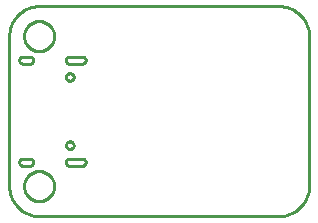
<source format=gbr>
G04 EAGLE Gerber RS-274X export*
G75*
%MOMM*%
%FSLAX34Y34*%
%LPD*%
%IN*%
%IPPOS*%
%AMOC8*
5,1,8,0,0,1.08239X$1,22.5*%
G01*
%ADD10C,0.254000*%


D10*
X0Y25400D02*
X97Y23186D01*
X386Y20989D01*
X865Y18826D01*
X1532Y16713D01*
X2380Y14666D01*
X3403Y12700D01*
X4594Y10831D01*
X5942Y9073D01*
X7440Y7440D01*
X9073Y5942D01*
X10831Y4594D01*
X12700Y3403D01*
X14666Y2380D01*
X16713Y1532D01*
X18826Y865D01*
X20989Y386D01*
X23186Y97D01*
X25400Y0D01*
X228600Y0D01*
X230814Y97D01*
X233011Y386D01*
X235174Y865D01*
X237287Y1532D01*
X239335Y2380D01*
X241300Y3403D01*
X243169Y4594D01*
X244927Y5942D01*
X246561Y7440D01*
X248058Y9073D01*
X249406Y10831D01*
X250597Y12700D01*
X251620Y14666D01*
X252468Y16713D01*
X253135Y18826D01*
X253614Y20989D01*
X253903Y23186D01*
X254000Y25400D01*
X254000Y152400D01*
X253903Y154614D01*
X253614Y156811D01*
X253135Y158974D01*
X252468Y161087D01*
X251620Y163135D01*
X250597Y165100D01*
X249406Y166969D01*
X248058Y168727D01*
X246561Y170361D01*
X244927Y171858D01*
X243169Y173206D01*
X241300Y174397D01*
X239335Y175420D01*
X237287Y176268D01*
X235174Y176935D01*
X233011Y177414D01*
X230814Y177703D01*
X228600Y177800D01*
X25400Y177800D01*
X23186Y177703D01*
X20989Y177414D01*
X18826Y176935D01*
X16713Y176268D01*
X14666Y175420D01*
X12700Y174397D01*
X10831Y173206D01*
X9073Y171858D01*
X7440Y170361D01*
X5942Y168727D01*
X4594Y166969D01*
X3403Y165100D01*
X2380Y163135D01*
X1532Y161087D01*
X865Y158974D01*
X386Y156811D01*
X97Y154614D01*
X0Y152400D01*
X0Y25400D01*
X47870Y132100D02*
X47881Y131839D01*
X47916Y131579D01*
X47972Y131324D01*
X48051Y131074D01*
X48151Y130832D01*
X48272Y130600D01*
X48413Y130379D01*
X48572Y130172D01*
X48749Y129979D01*
X48942Y129802D01*
X49149Y129643D01*
X49370Y129502D01*
X49602Y129381D01*
X49844Y129281D01*
X50094Y129202D01*
X50349Y129146D01*
X50609Y129111D01*
X50870Y129100D01*
X61870Y129100D01*
X62131Y129111D01*
X62391Y129146D01*
X62646Y129202D01*
X62896Y129281D01*
X63138Y129381D01*
X63370Y129502D01*
X63591Y129643D01*
X63798Y129802D01*
X63991Y129979D01*
X64168Y130172D01*
X64327Y130379D01*
X64468Y130600D01*
X64589Y130832D01*
X64689Y131074D01*
X64768Y131324D01*
X64824Y131579D01*
X64859Y131839D01*
X64870Y132100D01*
X64859Y132361D01*
X64824Y132621D01*
X64768Y132876D01*
X64689Y133126D01*
X64589Y133368D01*
X64468Y133600D01*
X64327Y133821D01*
X64168Y134028D01*
X63991Y134221D01*
X63798Y134398D01*
X63591Y134557D01*
X63370Y134698D01*
X63138Y134819D01*
X62896Y134919D01*
X62646Y134998D01*
X62391Y135054D01*
X62131Y135089D01*
X61870Y135100D01*
X50870Y135100D01*
X50609Y135089D01*
X50349Y135054D01*
X50094Y134998D01*
X49844Y134919D01*
X49602Y134819D01*
X49370Y134698D01*
X49149Y134557D01*
X48942Y134398D01*
X48749Y134221D01*
X48572Y134028D01*
X48413Y133821D01*
X48272Y133600D01*
X48151Y133368D01*
X48051Y133126D01*
X47972Y132876D01*
X47916Y132621D01*
X47881Y132361D01*
X47870Y132100D01*
X47870Y45700D02*
X47881Y45439D01*
X47916Y45179D01*
X47972Y44924D01*
X48051Y44674D01*
X48151Y44432D01*
X48272Y44200D01*
X48413Y43979D01*
X48572Y43772D01*
X48749Y43579D01*
X48942Y43402D01*
X49149Y43243D01*
X49370Y43102D01*
X49602Y42981D01*
X49844Y42881D01*
X50094Y42802D01*
X50349Y42746D01*
X50609Y42711D01*
X50870Y42700D01*
X61870Y42700D01*
X62131Y42711D01*
X62391Y42746D01*
X62646Y42802D01*
X62896Y42881D01*
X63138Y42981D01*
X63370Y43102D01*
X63591Y43243D01*
X63798Y43402D01*
X63991Y43579D01*
X64168Y43772D01*
X64327Y43979D01*
X64468Y44200D01*
X64589Y44432D01*
X64689Y44674D01*
X64768Y44924D01*
X64824Y45179D01*
X64859Y45439D01*
X64870Y45700D01*
X64859Y45961D01*
X64824Y46221D01*
X64768Y46476D01*
X64689Y46726D01*
X64589Y46968D01*
X64468Y47200D01*
X64327Y47421D01*
X64168Y47628D01*
X63991Y47821D01*
X63798Y47998D01*
X63591Y48157D01*
X63370Y48298D01*
X63138Y48419D01*
X62896Y48519D01*
X62646Y48598D01*
X62391Y48654D01*
X62131Y48689D01*
X61870Y48700D01*
X50870Y48700D01*
X50609Y48689D01*
X50349Y48654D01*
X50094Y48598D01*
X49844Y48519D01*
X49602Y48419D01*
X49370Y48298D01*
X49149Y48157D01*
X48942Y47998D01*
X48749Y47821D01*
X48572Y47628D01*
X48413Y47421D01*
X48272Y47200D01*
X48151Y46968D01*
X48051Y46726D01*
X47972Y46476D01*
X47916Y46221D01*
X47881Y45961D01*
X47870Y45700D01*
X8570Y45700D02*
X8581Y45439D01*
X8616Y45179D01*
X8672Y44924D01*
X8751Y44674D01*
X8851Y44432D01*
X8972Y44200D01*
X9113Y43979D01*
X9272Y43772D01*
X9449Y43579D01*
X9642Y43402D01*
X9849Y43243D01*
X10070Y43102D01*
X10302Y42981D01*
X10544Y42881D01*
X10794Y42802D01*
X11049Y42746D01*
X11309Y42711D01*
X11570Y42700D01*
X17570Y42700D01*
X17831Y42711D01*
X18091Y42746D01*
X18346Y42802D01*
X18596Y42881D01*
X18838Y42981D01*
X19070Y43102D01*
X19291Y43243D01*
X19498Y43402D01*
X19691Y43579D01*
X19868Y43772D01*
X20027Y43979D01*
X20168Y44200D01*
X20289Y44432D01*
X20389Y44674D01*
X20468Y44924D01*
X20524Y45179D01*
X20559Y45439D01*
X20570Y45700D01*
X20559Y45961D01*
X20524Y46221D01*
X20468Y46476D01*
X20389Y46726D01*
X20289Y46968D01*
X20168Y47200D01*
X20027Y47421D01*
X19868Y47628D01*
X19691Y47821D01*
X19498Y47998D01*
X19291Y48157D01*
X19070Y48298D01*
X18838Y48419D01*
X18596Y48519D01*
X18346Y48598D01*
X18091Y48654D01*
X17831Y48689D01*
X17570Y48700D01*
X11570Y48700D01*
X11309Y48689D01*
X11049Y48654D01*
X10794Y48598D01*
X10544Y48519D01*
X10302Y48419D01*
X10070Y48298D01*
X9849Y48157D01*
X9642Y47998D01*
X9449Y47821D01*
X9272Y47628D01*
X9113Y47421D01*
X8972Y47200D01*
X8851Y46968D01*
X8751Y46726D01*
X8672Y46476D01*
X8616Y46221D01*
X8581Y45961D01*
X8570Y45700D01*
X8570Y132100D02*
X8581Y131839D01*
X8616Y131579D01*
X8672Y131324D01*
X8751Y131074D01*
X8851Y130832D01*
X8972Y130600D01*
X9113Y130379D01*
X9272Y130172D01*
X9449Y129979D01*
X9642Y129802D01*
X9849Y129643D01*
X10070Y129502D01*
X10302Y129381D01*
X10544Y129281D01*
X10794Y129202D01*
X11049Y129146D01*
X11309Y129111D01*
X11570Y129100D01*
X17570Y129100D01*
X17831Y129111D01*
X18091Y129146D01*
X18346Y129202D01*
X18596Y129281D01*
X18838Y129381D01*
X19070Y129502D01*
X19291Y129643D01*
X19498Y129802D01*
X19691Y129979D01*
X19868Y130172D01*
X20027Y130379D01*
X20168Y130600D01*
X20289Y130832D01*
X20389Y131074D01*
X20468Y131324D01*
X20524Y131579D01*
X20559Y131839D01*
X20570Y132100D01*
X20559Y132361D01*
X20524Y132621D01*
X20468Y132876D01*
X20389Y133126D01*
X20289Y133368D01*
X20168Y133600D01*
X20027Y133821D01*
X19868Y134028D01*
X19691Y134221D01*
X19498Y134398D01*
X19291Y134557D01*
X19070Y134698D01*
X18838Y134819D01*
X18596Y134919D01*
X18346Y134998D01*
X18091Y135054D01*
X17831Y135089D01*
X17570Y135100D01*
X11570Y135100D01*
X11309Y135089D01*
X11049Y135054D01*
X10794Y134998D01*
X10544Y134919D01*
X10302Y134819D01*
X10070Y134698D01*
X9849Y134557D01*
X9642Y134398D01*
X9449Y134221D01*
X9272Y134028D01*
X9113Y133821D01*
X8972Y133600D01*
X8851Y133368D01*
X8751Y133126D01*
X8672Y132876D01*
X8616Y132621D01*
X8581Y132361D01*
X8570Y132100D01*
X38100Y151901D02*
X38022Y150906D01*
X37866Y149920D01*
X37633Y148950D01*
X37324Y148001D01*
X36942Y147079D01*
X36489Y146190D01*
X35968Y145339D01*
X35381Y144531D01*
X34733Y143773D01*
X34027Y143067D01*
X33269Y142419D01*
X32461Y141832D01*
X31610Y141311D01*
X30721Y140858D01*
X29799Y140476D01*
X28850Y140167D01*
X27880Y139934D01*
X26894Y139778D01*
X25899Y139700D01*
X24901Y139700D01*
X23906Y139778D01*
X22920Y139934D01*
X21950Y140167D01*
X21001Y140476D01*
X20079Y140858D01*
X19190Y141311D01*
X18339Y141832D01*
X17531Y142419D01*
X16773Y143067D01*
X16067Y143773D01*
X15419Y144531D01*
X14832Y145339D01*
X14311Y146190D01*
X13858Y147079D01*
X13476Y148001D01*
X13167Y148950D01*
X12934Y149920D01*
X12778Y150906D01*
X12700Y151901D01*
X12700Y152899D01*
X12778Y153894D01*
X12934Y154880D01*
X13167Y155850D01*
X13476Y156799D01*
X13858Y157721D01*
X14311Y158610D01*
X14832Y159461D01*
X15419Y160269D01*
X16067Y161027D01*
X16773Y161733D01*
X17531Y162381D01*
X18339Y162968D01*
X19190Y163489D01*
X20079Y163942D01*
X21001Y164324D01*
X21950Y164633D01*
X22920Y164866D01*
X23906Y165022D01*
X24901Y165100D01*
X25899Y165100D01*
X26894Y165022D01*
X27880Y164866D01*
X28850Y164633D01*
X29799Y164324D01*
X30721Y163942D01*
X31610Y163489D01*
X32461Y162968D01*
X33269Y162381D01*
X34027Y161733D01*
X34733Y161027D01*
X35381Y160269D01*
X35968Y159461D01*
X36489Y158610D01*
X36942Y157721D01*
X37324Y156799D01*
X37633Y155850D01*
X37866Y154880D01*
X38022Y153894D01*
X38100Y152899D01*
X38100Y151901D01*
X38100Y24901D02*
X38022Y23906D01*
X37866Y22920D01*
X37633Y21950D01*
X37324Y21001D01*
X36942Y20079D01*
X36489Y19190D01*
X35968Y18339D01*
X35381Y17531D01*
X34733Y16773D01*
X34027Y16067D01*
X33269Y15419D01*
X32461Y14832D01*
X31610Y14311D01*
X30721Y13858D01*
X29799Y13476D01*
X28850Y13167D01*
X27880Y12934D01*
X26894Y12778D01*
X25899Y12700D01*
X24901Y12700D01*
X23906Y12778D01*
X22920Y12934D01*
X21950Y13167D01*
X21001Y13476D01*
X20079Y13858D01*
X19190Y14311D01*
X18339Y14832D01*
X17531Y15419D01*
X16773Y16067D01*
X16067Y16773D01*
X15419Y17531D01*
X14832Y18339D01*
X14311Y19190D01*
X13858Y20079D01*
X13476Y21001D01*
X13167Y21950D01*
X12934Y22920D01*
X12778Y23906D01*
X12700Y24901D01*
X12700Y25899D01*
X12778Y26894D01*
X12934Y27880D01*
X13167Y28850D01*
X13476Y29799D01*
X13858Y30721D01*
X14311Y31610D01*
X14832Y32461D01*
X15419Y33269D01*
X16067Y34027D01*
X16773Y34733D01*
X17531Y35381D01*
X18339Y35968D01*
X19190Y36489D01*
X20079Y36942D01*
X21001Y37324D01*
X21950Y37633D01*
X22920Y37866D01*
X23906Y38022D01*
X24901Y38100D01*
X25899Y38100D01*
X26894Y38022D01*
X27880Y37866D01*
X28850Y37633D01*
X29799Y37324D01*
X30721Y36942D01*
X31610Y36489D01*
X32461Y35968D01*
X33269Y35381D01*
X34027Y34733D01*
X34733Y34027D01*
X35381Y33269D01*
X35968Y32461D01*
X36489Y31610D01*
X36942Y30721D01*
X37324Y29799D01*
X37633Y28850D01*
X37866Y27880D01*
X38022Y26894D01*
X38100Y25899D01*
X38100Y24901D01*
X51157Y56750D02*
X50735Y56806D01*
X50323Y56916D01*
X49929Y57079D01*
X49561Y57292D01*
X49223Y57551D01*
X48921Y57853D01*
X48662Y58191D01*
X48449Y58559D01*
X48286Y58953D01*
X48176Y59365D01*
X48120Y59787D01*
X48120Y60213D01*
X48176Y60635D01*
X48286Y61047D01*
X48449Y61441D01*
X48662Y61809D01*
X48921Y62147D01*
X49223Y62449D01*
X49561Y62708D01*
X49929Y62921D01*
X50323Y63084D01*
X50735Y63194D01*
X51157Y63250D01*
X51583Y63250D01*
X52005Y63194D01*
X52417Y63084D01*
X52811Y62921D01*
X53179Y62708D01*
X53517Y62449D01*
X53819Y62147D01*
X54078Y61809D01*
X54291Y61441D01*
X54454Y61047D01*
X54564Y60635D01*
X54620Y60213D01*
X54620Y59787D01*
X54564Y59365D01*
X54454Y58953D01*
X54291Y58559D01*
X54078Y58191D01*
X53819Y57853D01*
X53517Y57551D01*
X53179Y57292D01*
X52811Y57079D01*
X52417Y56916D01*
X52005Y56806D01*
X51583Y56750D01*
X51157Y56750D01*
X51157Y114550D02*
X50735Y114606D01*
X50323Y114716D01*
X49929Y114879D01*
X49561Y115092D01*
X49223Y115351D01*
X48921Y115653D01*
X48662Y115991D01*
X48449Y116359D01*
X48286Y116753D01*
X48176Y117165D01*
X48120Y117587D01*
X48120Y118013D01*
X48176Y118435D01*
X48286Y118847D01*
X48449Y119241D01*
X48662Y119609D01*
X48921Y119947D01*
X49223Y120249D01*
X49561Y120508D01*
X49929Y120721D01*
X50323Y120884D01*
X50735Y120994D01*
X51157Y121050D01*
X51583Y121050D01*
X52005Y120994D01*
X52417Y120884D01*
X52811Y120721D01*
X53179Y120508D01*
X53517Y120249D01*
X53819Y119947D01*
X54078Y119609D01*
X54291Y119241D01*
X54454Y118847D01*
X54564Y118435D01*
X54620Y118013D01*
X54620Y117587D01*
X54564Y117165D01*
X54454Y116753D01*
X54291Y116359D01*
X54078Y115991D01*
X53819Y115653D01*
X53517Y115351D01*
X53179Y115092D01*
X52811Y114879D01*
X52417Y114716D01*
X52005Y114606D01*
X51583Y114550D01*
X51157Y114550D01*
M02*

</source>
